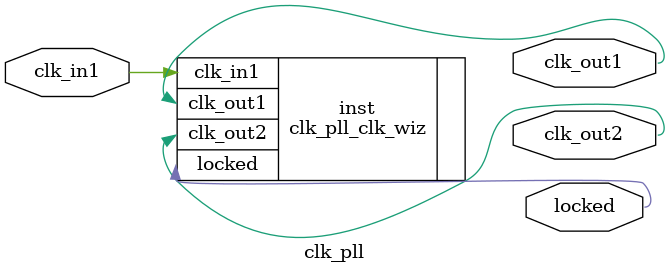
<source format=v>


`timescale 1ps/1ps

(* CORE_GENERATION_INFO = "clk_pll,clk_wiz_v6_0_4_0_0,{component_name=clk_pll,use_phase_alignment=true,use_min_o_jitter=false,use_max_i_jitter=false,use_dyn_phase_shift=false,use_inclk_switchover=false,use_dyn_reconfig=false,enable_axi=0,feedback_source=FDBK_AUTO,PRIMITIVE=PLL,num_out_clk=2,clkin1_period=20.000,clkin2_period=10.000,use_power_down=false,use_reset=false,use_locked=true,use_inclk_stopped=false,feedback_type=SINGLE,CLOCK_MGR_TYPE=NA,manual_override=false}" *)

module clk_pll 
 (
  // Clock out ports
  output        clk_out1,
  output        clk_out2,
  // Status and control signals
  output        locked,
 // Clock in ports
  input         clk_in1
 );

  clk_pll_clk_wiz inst
  (
  // Clock out ports  
  .clk_out1(clk_out1),
  .clk_out2(clk_out2),
  // Status and control signals               
  .locked(locked),
 // Clock in ports
  .clk_in1(clk_in1)
  );

endmodule

</source>
